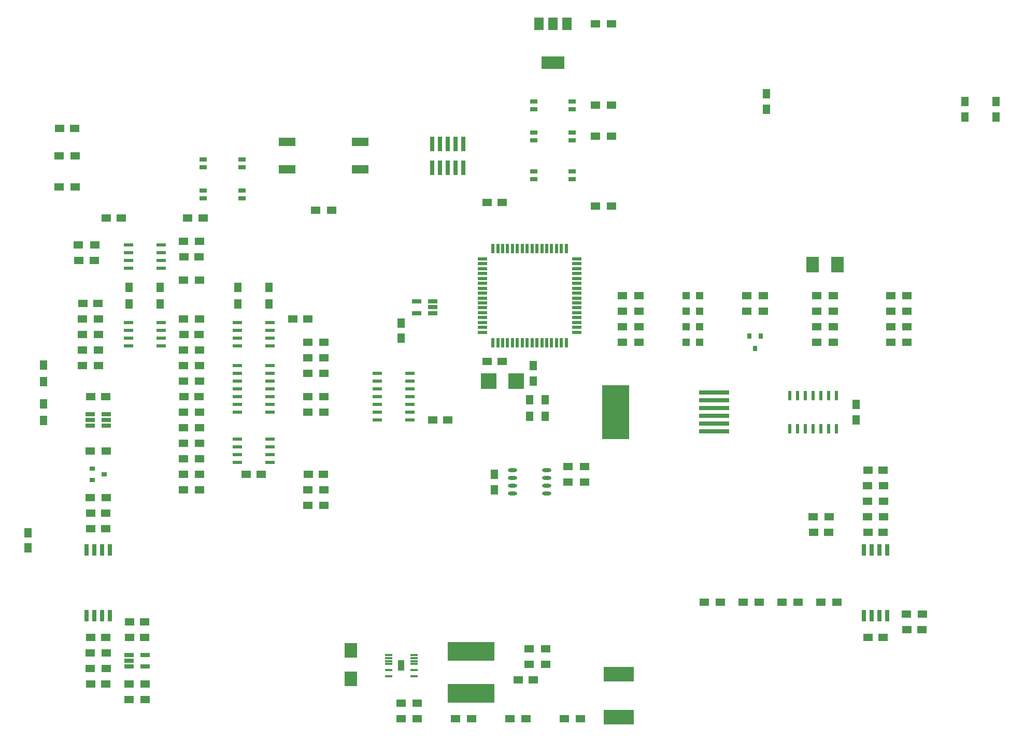
<source format=gbr>
G04 #@! TF.FileFunction,Paste,Top*
%FSLAX46Y46*%
G04 Gerber Fmt 4.6, Leading zero omitted, Abs format (unit mm)*
G04 Created by KiCad (PCBNEW 4.0.2-stable) date 3/27/2017 12:04:47 PM*
%MOMM*%
G01*
G04 APERTURE LIST*
%ADD10C,0.100000*%
%ADD11R,1.500000X0.550000*%
%ADD12R,0.550000X1.500000*%
%ADD13R,1.500000X0.600000*%
%ADD14R,1.250000X0.305000*%
%ADD15R,0.990600X1.707000*%
%ADD16R,1.550000X0.600000*%
%ADD17R,1.500000X1.250000*%
%ADD18R,0.640000X1.905000*%
%ADD19R,0.650000X1.905000*%
%ADD20R,1.250000X1.500000*%
%ADD21R,2.000000X2.500000*%
%ADD22R,0.760000X2.400000*%
%ADD23R,1.200000X1.200000*%
%ADD24R,2.000000X2.400000*%
%ADD25R,5.000000X0.760000*%
%ADD26R,4.500000X8.800000*%
%ADD27R,0.900000X0.800000*%
%ADD28R,0.800000X0.900000*%
%ADD29R,1.500000X1.300000*%
%ADD30R,1.300000X1.500000*%
%ADD31R,1.300000X0.800000*%
%ADD32R,0.600000X1.500000*%
%ADD33R,1.560000X0.650000*%
%ADD34O,1.473200X0.609600*%
%ADD35R,5.000000X2.400000*%
%ADD36R,7.700000X3.100000*%
%ADD37R,3.800000X2.000000*%
%ADD38R,1.500000X2.000000*%
%ADD39R,2.825000X1.400000*%
%ADD40R,2.500000X2.500000*%
G04 APERTURE END LIST*
D10*
D11*
X118665000Y-77820000D03*
X118665000Y-78620000D03*
X118665000Y-79420000D03*
X118665000Y-80220000D03*
X118665000Y-81020000D03*
X118665000Y-81820000D03*
X118665000Y-82620000D03*
X118665000Y-83420000D03*
X118665000Y-84220000D03*
X118665000Y-85020000D03*
X118665000Y-85820000D03*
X118665000Y-86620000D03*
X118665000Y-87420000D03*
X118665000Y-88220000D03*
X118665000Y-89020000D03*
X118665000Y-89820000D03*
D12*
X120365000Y-91520000D03*
X121165000Y-91520000D03*
X121965000Y-91520000D03*
X122765000Y-91520000D03*
X123565000Y-91520000D03*
X124365000Y-91520000D03*
X125165000Y-91520000D03*
X125965000Y-91520000D03*
X126765000Y-91520000D03*
X127565000Y-91520000D03*
X128365000Y-91520000D03*
X129165000Y-91520000D03*
X129965000Y-91520000D03*
X130765000Y-91520000D03*
X131565000Y-91520000D03*
X132365000Y-91520000D03*
D11*
X134065000Y-89820000D03*
X134065000Y-89020000D03*
X134065000Y-88220000D03*
X134065000Y-87420000D03*
X134065000Y-86620000D03*
X134065000Y-85820000D03*
X134065000Y-85020000D03*
X134065000Y-84220000D03*
X134065000Y-83420000D03*
X134065000Y-82620000D03*
X134065000Y-81820000D03*
X134065000Y-81020000D03*
X134065000Y-80220000D03*
X134065000Y-79420000D03*
X134065000Y-78620000D03*
X134065000Y-77820000D03*
D12*
X132365000Y-76120000D03*
X131565000Y-76120000D03*
X130765000Y-76120000D03*
X129965000Y-76120000D03*
X129165000Y-76120000D03*
X128365000Y-76120000D03*
X127565000Y-76120000D03*
X126765000Y-76120000D03*
X125965000Y-76120000D03*
X125165000Y-76120000D03*
X124365000Y-76120000D03*
X123565000Y-76120000D03*
X122765000Y-76120000D03*
X121965000Y-76120000D03*
X121165000Y-76120000D03*
X120365000Y-76120000D03*
D13*
X106840000Y-104140000D03*
X106840000Y-102870000D03*
X106840000Y-101600000D03*
X106840000Y-100330000D03*
X106840000Y-99060000D03*
X106840000Y-97790000D03*
X106840000Y-96520000D03*
X101440000Y-96520000D03*
X101440000Y-97790000D03*
X101440000Y-99060000D03*
X101440000Y-100330000D03*
X101440000Y-101600000D03*
X101440000Y-102870000D03*
X101440000Y-104140000D03*
D14*
X107515500Y-146070000D03*
X107515500Y-145070000D03*
X107515500Y-144070000D03*
X107515500Y-143570000D03*
X107515500Y-143070000D03*
X107515500Y-142570000D03*
X103304500Y-142570000D03*
X103304500Y-143070000D03*
X103304500Y-143570000D03*
X103304500Y-144070000D03*
X103304500Y-145070000D03*
X103304500Y-146070000D03*
D15*
X105410000Y-144295000D03*
D16*
X60800000Y-75565000D03*
X60800000Y-76835000D03*
X60800000Y-78105000D03*
X60800000Y-79375000D03*
X66200000Y-79375000D03*
X66200000Y-78105000D03*
X66200000Y-76835000D03*
X66200000Y-75565000D03*
D17*
X187980000Y-138430000D03*
X190480000Y-138430000D03*
D18*
X180975000Y-136182500D03*
X182245000Y-136182500D03*
X183515000Y-136182500D03*
X184785000Y-136182500D03*
D19*
X184785000Y-125437500D03*
X183515000Y-125437500D03*
D18*
X182245000Y-125437500D03*
X180975000Y-125437500D03*
D20*
X44450000Y-122575000D03*
X44450000Y-125075000D03*
D21*
X172625000Y-78740000D03*
X176625000Y-78740000D03*
D20*
X127000000Y-95270000D03*
X127000000Y-97770000D03*
D17*
X119400000Y-94615000D03*
X121900000Y-94615000D03*
D20*
X202565000Y-52090000D03*
X202565000Y-54590000D03*
X197485000Y-52090000D03*
X197485000Y-54590000D03*
D17*
X59670000Y-71120000D03*
X57170000Y-71120000D03*
X52050000Y-56515000D03*
X49550000Y-56515000D03*
X55860000Y-85090000D03*
X53360000Y-85090000D03*
X69870000Y-77470000D03*
X72370000Y-77470000D03*
X69870000Y-90170000D03*
X72370000Y-90170000D03*
D20*
X120650000Y-115550000D03*
X120650000Y-113050000D03*
D17*
X124480000Y-146685000D03*
X126980000Y-146685000D03*
X55225000Y-78105000D03*
X52725000Y-78105000D03*
X70505000Y-71120000D03*
X73005000Y-71120000D03*
D20*
X179705000Y-101620000D03*
X179705000Y-104120000D03*
D17*
X92690000Y-113030000D03*
X90190000Y-113030000D03*
X181630000Y-112395000D03*
X184130000Y-112395000D03*
X175240000Y-122555000D03*
X172740000Y-122555000D03*
X57130000Y-119380000D03*
X54630000Y-119380000D03*
X121900000Y-68580000D03*
X119400000Y-68580000D03*
X57130000Y-121920000D03*
X54630000Y-121920000D03*
X181630000Y-122555000D03*
X184130000Y-122555000D03*
X60980000Y-139700000D03*
X63480000Y-139700000D03*
X57130000Y-139700000D03*
X54630000Y-139700000D03*
D20*
X165100000Y-50820000D03*
X165100000Y-53320000D03*
D17*
X87650000Y-87630000D03*
X90150000Y-87630000D03*
X181630000Y-139700000D03*
X184130000Y-139700000D03*
X72370000Y-100330000D03*
X69870000Y-100330000D03*
X110510000Y-104140000D03*
X113010000Y-104140000D03*
X57130000Y-100330000D03*
X54630000Y-100330000D03*
X80030000Y-113030000D03*
X82530000Y-113030000D03*
X60980000Y-137160000D03*
X63480000Y-137160000D03*
X57130000Y-147320000D03*
X54630000Y-147320000D03*
D22*
X111760000Y-59010000D03*
X113030000Y-59010000D03*
X110490000Y-59010000D03*
X115570000Y-59010000D03*
X114300000Y-59010000D03*
X115570000Y-62910000D03*
X114300000Y-62910000D03*
X113030000Y-62910000D03*
X111760000Y-62910000D03*
X110490000Y-62910000D03*
D23*
X151935000Y-91440000D03*
X154135000Y-91440000D03*
X151935000Y-88900000D03*
X154135000Y-88900000D03*
X151935000Y-86360000D03*
X154135000Y-86360000D03*
X151935000Y-83820000D03*
X154135000Y-83820000D03*
D24*
X97155000Y-146445000D03*
X97155000Y-141845000D03*
D25*
X156490000Y-106045000D03*
X156490000Y-99695000D03*
X156490000Y-100965000D03*
X156490000Y-102235000D03*
X156490000Y-103505000D03*
D26*
X140440000Y-102870000D03*
D25*
X156490000Y-104775000D03*
D27*
X54880000Y-112080000D03*
X54880000Y-113980000D03*
X56880000Y-113030000D03*
D28*
X164145000Y-90440000D03*
X162245000Y-90440000D03*
X163195000Y-92440000D03*
D29*
X185340000Y-88900000D03*
X188040000Y-88900000D03*
X139780000Y-52705000D03*
X137080000Y-52705000D03*
X175975000Y-91440000D03*
X173275000Y-91440000D03*
X175975000Y-88900000D03*
X173275000Y-88900000D03*
X173275000Y-83820000D03*
X175975000Y-83820000D03*
X175975000Y-86360000D03*
X173275000Y-86360000D03*
D30*
X128905000Y-100885000D03*
X128905000Y-103585000D03*
D29*
X185340000Y-83820000D03*
X188040000Y-83820000D03*
X185340000Y-86360000D03*
X188040000Y-86360000D03*
D30*
X126365000Y-100885000D03*
X126365000Y-103585000D03*
D29*
X137080000Y-57785000D03*
X139780000Y-57785000D03*
X94060000Y-69850000D03*
X91360000Y-69850000D03*
X164545000Y-83820000D03*
X161845000Y-83820000D03*
X139780000Y-69215000D03*
X137080000Y-69215000D03*
X132000000Y-153035000D03*
X134700000Y-153035000D03*
X161845000Y-86360000D03*
X164545000Y-86360000D03*
X123110000Y-153035000D03*
X125810000Y-153035000D03*
X114220000Y-153035000D03*
X116920000Y-153035000D03*
X53260000Y-90170000D03*
X55960000Y-90170000D03*
X53260000Y-95250000D03*
X55960000Y-95250000D03*
X72470000Y-74930000D03*
X69770000Y-74930000D03*
D30*
X46990000Y-101520000D03*
X46990000Y-104220000D03*
X46990000Y-97870000D03*
X46990000Y-95170000D03*
D29*
X53260000Y-92710000D03*
X55960000Y-92710000D03*
X53260000Y-87630000D03*
X55960000Y-87630000D03*
X52625000Y-75565000D03*
X55325000Y-75565000D03*
D30*
X60960000Y-82470000D03*
X60960000Y-85170000D03*
D29*
X72470000Y-92710000D03*
X69770000Y-92710000D03*
X69770000Y-95250000D03*
X72470000Y-95250000D03*
X69770000Y-97790000D03*
X72470000Y-97790000D03*
X185340000Y-91440000D03*
X188040000Y-91440000D03*
X132635000Y-111760000D03*
X135335000Y-111760000D03*
X92790000Y-93980000D03*
X90090000Y-93980000D03*
D30*
X66040000Y-82470000D03*
X66040000Y-85170000D03*
X78740000Y-85170000D03*
X78740000Y-82470000D03*
X83820000Y-85170000D03*
X83820000Y-82470000D03*
D29*
X69770000Y-81280000D03*
X72470000Y-81280000D03*
X72470000Y-113030000D03*
X69770000Y-113030000D03*
X132635000Y-114300000D03*
X135335000Y-114300000D03*
X92790000Y-118110000D03*
X90090000Y-118110000D03*
X90090000Y-100330000D03*
X92790000Y-100330000D03*
X92790000Y-102870000D03*
X90090000Y-102870000D03*
X69770000Y-87630000D03*
X72470000Y-87630000D03*
X49450000Y-66040000D03*
X52150000Y-66040000D03*
X49450000Y-60960000D03*
X52150000Y-60960000D03*
X90090000Y-115570000D03*
X92790000Y-115570000D03*
X181530000Y-114935000D03*
X184230000Y-114935000D03*
X172640000Y-120015000D03*
X175340000Y-120015000D03*
X181530000Y-120015000D03*
X184230000Y-120015000D03*
X184230000Y-117475000D03*
X181530000Y-117475000D03*
X54530000Y-109220000D03*
X57230000Y-109220000D03*
X69770000Y-115570000D03*
X72470000Y-115570000D03*
X190580000Y-135890000D03*
X187880000Y-135890000D03*
X176610000Y-133985000D03*
X173910000Y-133985000D03*
X57230000Y-142240000D03*
X54530000Y-142240000D03*
X54530000Y-144780000D03*
X57230000Y-144780000D03*
X63580000Y-149860000D03*
X60880000Y-149860000D03*
X170260000Y-133985000D03*
X167560000Y-133985000D03*
X60880000Y-147320000D03*
X63580000Y-147320000D03*
X163910000Y-133985000D03*
X161210000Y-133985000D03*
X157560000Y-133985000D03*
X154860000Y-133985000D03*
X72470000Y-102870000D03*
X69770000Y-102870000D03*
X72470000Y-105410000D03*
X69770000Y-105410000D03*
X69770000Y-107950000D03*
X72470000Y-107950000D03*
X92790000Y-96520000D03*
X90090000Y-96520000D03*
X92790000Y-91440000D03*
X90090000Y-91440000D03*
D13*
X78580000Y-95250000D03*
X78580000Y-96520000D03*
X78580000Y-97790000D03*
X78580000Y-99060000D03*
X78580000Y-100330000D03*
X78580000Y-101600000D03*
X78580000Y-102870000D03*
X83980000Y-102870000D03*
X83980000Y-101600000D03*
X83980000Y-100330000D03*
X83980000Y-99060000D03*
X83980000Y-97790000D03*
X83980000Y-96520000D03*
X83980000Y-95250000D03*
D31*
X127025000Y-52065000D03*
X127025000Y-53345000D03*
X133325000Y-53345000D03*
X133325000Y-52065000D03*
X133325000Y-58425000D03*
X133325000Y-57145000D03*
X127025000Y-57145000D03*
X127025000Y-58425000D03*
X133325000Y-64775000D03*
X133325000Y-63495000D03*
X127025000Y-63495000D03*
X127025000Y-64775000D03*
D32*
X176530000Y-100170000D03*
X175260000Y-100170000D03*
X173990000Y-100170000D03*
X172720000Y-100170000D03*
X171450000Y-100170000D03*
X170180000Y-100170000D03*
X168910000Y-100170000D03*
X168910000Y-105570000D03*
X170180000Y-105570000D03*
X171450000Y-105570000D03*
X172720000Y-105570000D03*
X173990000Y-105570000D03*
X175260000Y-105570000D03*
X176530000Y-105570000D03*
D33*
X60880000Y-142560000D03*
X60880000Y-143510000D03*
X60880000Y-144460000D03*
X63580000Y-144460000D03*
X63580000Y-142560000D03*
D34*
X123571000Y-112395000D03*
X123571000Y-113665000D03*
X123571000Y-114935000D03*
X123571000Y-116205000D03*
X129159000Y-116205000D03*
X129159000Y-114935000D03*
X129159000Y-113665000D03*
X129159000Y-112395000D03*
D18*
X57785000Y-125437500D03*
X56515000Y-125437500D03*
X55245000Y-125437500D03*
X53975000Y-125437500D03*
D19*
X53975000Y-136182500D03*
X55245000Y-136182500D03*
D18*
X56515000Y-136182500D03*
X57785000Y-136182500D03*
D35*
X140970000Y-152725000D03*
X140970000Y-145725000D03*
D36*
X116840000Y-148865000D03*
X116840000Y-141965000D03*
D37*
X130175000Y-45695000D03*
D38*
X130175000Y-39395000D03*
X127875000Y-39395000D03*
X132475000Y-39395000D03*
D29*
X105330000Y-153035000D03*
X108030000Y-153035000D03*
X105330000Y-150495000D03*
X108030000Y-150495000D03*
X141525000Y-91440000D03*
X144225000Y-91440000D03*
X141525000Y-88900000D03*
X144225000Y-88900000D03*
X141525000Y-86360000D03*
X144225000Y-86360000D03*
X141525000Y-83820000D03*
X144225000Y-83820000D03*
X128985000Y-141605000D03*
X126285000Y-141605000D03*
X126285000Y-144145000D03*
X128985000Y-144145000D03*
D39*
X98710000Y-58710000D03*
X98710000Y-63210000D03*
X86710000Y-63210000D03*
X86710000Y-58710000D03*
D33*
X54530000Y-103190000D03*
X54530000Y-104140000D03*
X54530000Y-105090000D03*
X57230000Y-105090000D03*
X57230000Y-103190000D03*
X57230000Y-104140000D03*
D16*
X60800000Y-88265000D03*
X60800000Y-89535000D03*
X60800000Y-90805000D03*
X60800000Y-92075000D03*
X66200000Y-92075000D03*
X66200000Y-90805000D03*
X66200000Y-89535000D03*
X66200000Y-88265000D03*
X78580000Y-88265000D03*
X78580000Y-89535000D03*
X78580000Y-90805000D03*
X78580000Y-92075000D03*
X83980000Y-92075000D03*
X83980000Y-90805000D03*
X83980000Y-89535000D03*
X83980000Y-88265000D03*
D31*
X73050000Y-66670000D03*
X73050000Y-67950000D03*
X79350000Y-67950000D03*
X79350000Y-66670000D03*
X73050000Y-61590000D03*
X73050000Y-62870000D03*
X79350000Y-62870000D03*
X79350000Y-61590000D03*
D16*
X78580000Y-107315000D03*
X78580000Y-108585000D03*
X78580000Y-109855000D03*
X78580000Y-111125000D03*
X83980000Y-111125000D03*
X83980000Y-109855000D03*
X83980000Y-108585000D03*
X83980000Y-107315000D03*
D29*
X137080000Y-39370000D03*
X139780000Y-39370000D03*
D40*
X124170000Y-97790000D03*
X119670000Y-97790000D03*
D29*
X69770000Y-110490000D03*
X72470000Y-110490000D03*
X54530000Y-116840000D03*
X57230000Y-116840000D03*
D20*
X105410000Y-88285000D03*
X105410000Y-90785000D03*
D33*
X110570000Y-86675000D03*
X110570000Y-85725000D03*
X110570000Y-84775000D03*
X107870000Y-84775000D03*
X107870000Y-86675000D03*
M02*

</source>
